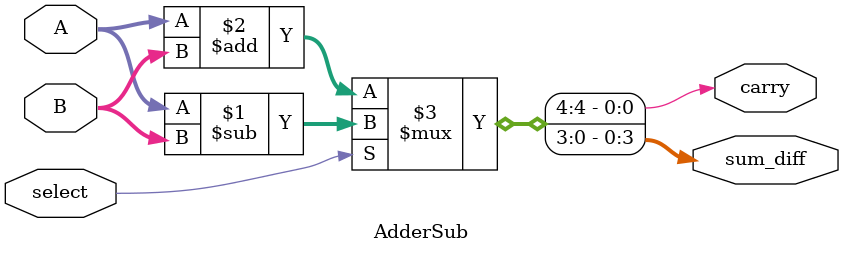
<source format=v>
module AdderSub (
	output [0:3]	sum_diff,
	output carry,
	input [0:3]	A,B,
	input select);

	assign{carry, sum_diff} = select ? (A - B) : (A + B);
endmodule

</source>
